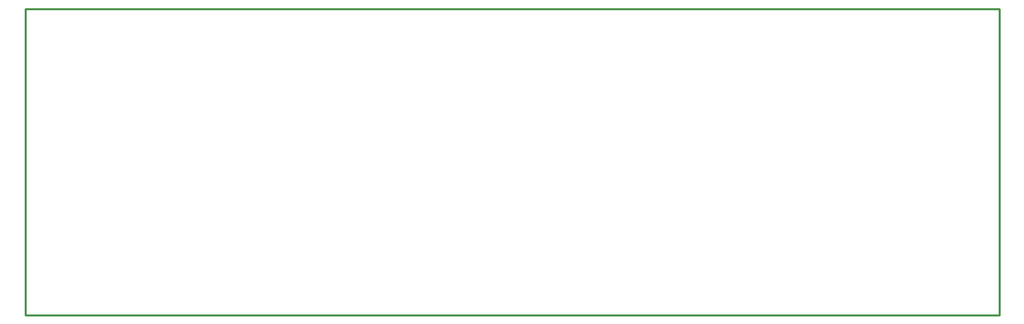
<source format=gm1>
G04*
G04 #@! TF.GenerationSoftware,Altium Limited,Altium Designer,21.7.2 (23)*
G04*
G04 Layer_Color=16711935*
%FSLAX25Y25*%
%MOIN*%
G70*
G04*
G04 #@! TF.SameCoordinates,F83A8EBB-AC7C-4475-883D-DB270C42DBB2*
G04*
G04*
G04 #@! TF.FilePolarity,Positive*
G04*
G01*
G75*
%ADD10C,0.01000*%
D10*
X144000Y308500D02*
X617500D01*
X144000Y458000D02*
X617500D01*
Y308500D02*
Y458000D01*
X144000Y308500D02*
Y458000D01*
M02*

</source>
